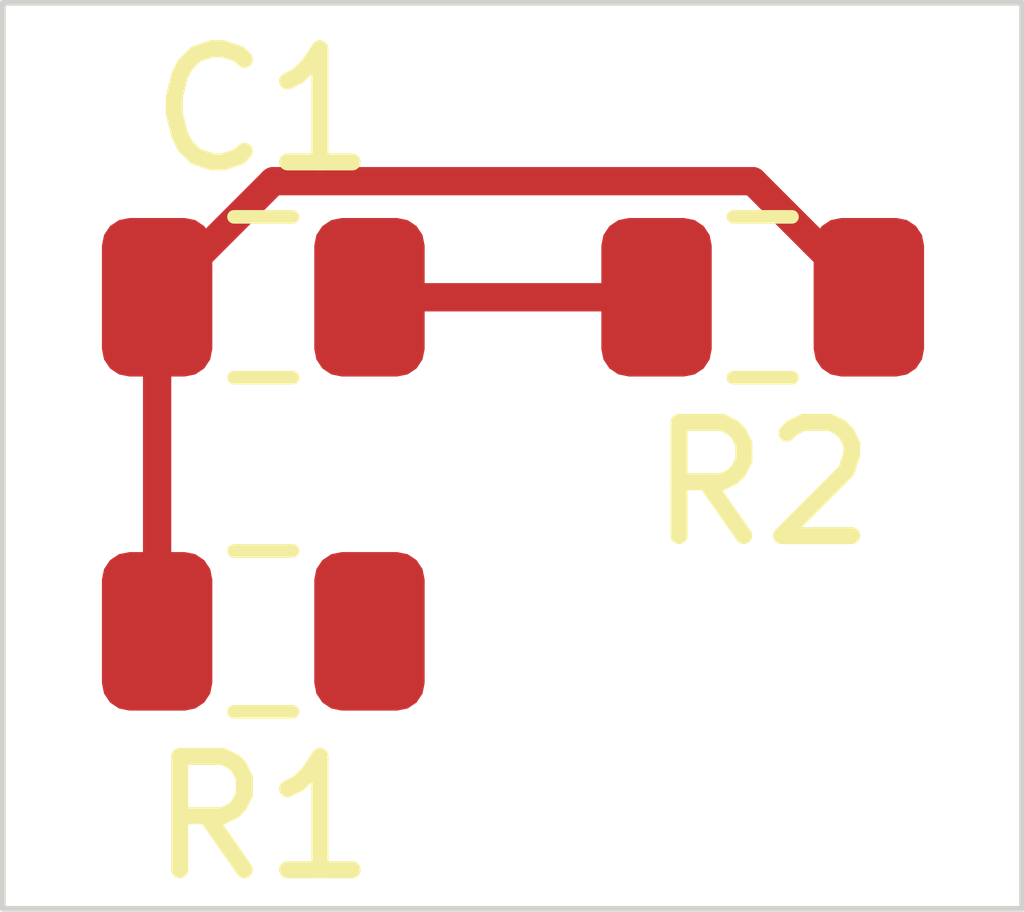
<source format=kicad_pcb>
(kicad_pcb (version 20221018) (generator pcbnew)
  (layers (0 "F.Cu" signal) (31 "B.Cu" signal) (34 "B.Paste" user) (35 "F.Paste" user) (36 "B.SilkS" user "B.Silkscreen") (37 "F.SilkS" user "F.Silkscreen") (38 "B.Mask" user) (39 "F.Mask" user) (44 "Edge.Cuts" user))
  (net 0 "")
  (net 1 "GND")
  (net 2 "Net-(C1-Pad1)")
  (net 3 "VCC")
  (footprint "Capacitor_SMD:C_0805_2012Metric" (layer "F.Cu") (at 146.3 78.6)
    (fp_text reference "C1" (at 0 -1.65) (layer "F.SilkS"))
    (fp_text value "1uF")
    (fp_line (start -0.258578 -0.71) (end 0.258578 -0.71) (stroke (width 0.12)) (layer "F.SilkS"))
    (fp_line (start -0.258578 0.71) (end 0.258578 0.71) (stroke (width 0.12)) (layer "F.SilkS"))
    (pad "1" smd roundrect (at -0.9375 0) (size 0.975 1.4) (layers "F.Cu" "F.Paste" "F.Mask") (net 2 "Net-(C1-Pad1)"))
    (pad "2" smd roundrect (at 0.9375 0) (size 0.975 1.4) (layers "F.Cu" "F.Paste" "F.Mask") (net 1 "GND"))
  )
  (footprint "Resistor_SMD:R_0805_2012Metric" (layer "F.Cu") (at 146.3 81.55 180)
    (fp_text reference "R1" (at 0 -1.65) (layer "F.SilkS"))
    (fp_text value "100")
    (fp_line (start -0.258578 -0.71) (end 0.258578 -0.71) (stroke (width 0.12)) (layer "F.SilkS"))
    (fp_line (start -0.258578 0.71) (end 0.258578 0.71) (stroke (width 0.12)) (layer "F.SilkS"))
    (pad "1" smd roundrect (at -0.9375 0 180) (size 0.975 1.4) (layers "F.Cu" "F.Paste" "F.Mask") (net 3 "VCC"))
    (pad "2" smd roundrect (at 0.9375 0 180) (size 0.975 1.4) (layers "F.Cu" "F.Paste" "F.Mask") (net 2 "Net-(C1-Pad1)"))
  )
  (footprint "Resistor_SMD:R_0805_2012Metric" (layer "F.Cu") (at 150.71 78.6 180)
    (fp_text reference "R2" (at 0 -1.65) (layer "F.SilkS"))
    (fp_text value "200")
    (fp_line (start -0.258578 -0.71) (end 0.258578 -0.71) (stroke (width 0.12)) (layer "F.SilkS"))
    (fp_line (start -0.258578 0.71) (end 0.258578 0.71) (stroke (width 0.12)) (layer "F.SilkS"))
    (pad "1" smd roundrect (at -0.9375 0 180) (size 0.975 1.4) (layers "F.Cu" "F.Paste" "F.Mask") (net 2 "Net-(C1-Pad1)"))
    (pad "2" smd roundrect (at 0.9375 0 180) (size 0.975 1.4) (layers "F.Cu" "F.Paste" "F.Mask") (net 1 "GND"))
  )
  (gr_line (start 153 84) (end 153 76) (stroke (width 0.05)) (layer "Edge.Cuts"))
  (gr_line (start 144 76) (end 144 84) (stroke (width 0.05)) (layer "Edge.Cuts"))
  (gr_line (start 153 76) (end 144 76) (stroke (width 0.05)) (layer "Edge.Cuts"))
  (gr_line (start 144 84) (end 153 84) (stroke (width 0.05)) (layer "Edge.Cuts"))
  (segment (start 147.2375 78.6) (end 149.7725 78.6) (width 0.25) (layer "F.Cu") (net 1))
  (segment (start 150.62249 77.57499) (end 151.161973 78.114473) (width 0.25) (layer "F.Cu") (net 2))
  (segment (start 145.3625 78.6) (end 145.3625 79.3) (width 0.25) (layer "F.Cu") (net 2))
  (segment (start 151.161973 78.114473) (end 151.6475 78.6) (width 0.25) (layer "F.Cu") (net 2))
  (segment (start 145.3625 78.6) (end 146.38751 77.57499) (width 0.25) (layer "F.Cu") (net 2))
  (segment (start 145.3625 79.3) (end 145.3625 81.55) (width 0.25) (layer "F.Cu") (net 2))
  (segment (start 146.38751 77.57499) (end 150.62249 77.57499) (width 0.25) (layer "F.Cu") (net 2))
)
</source>
